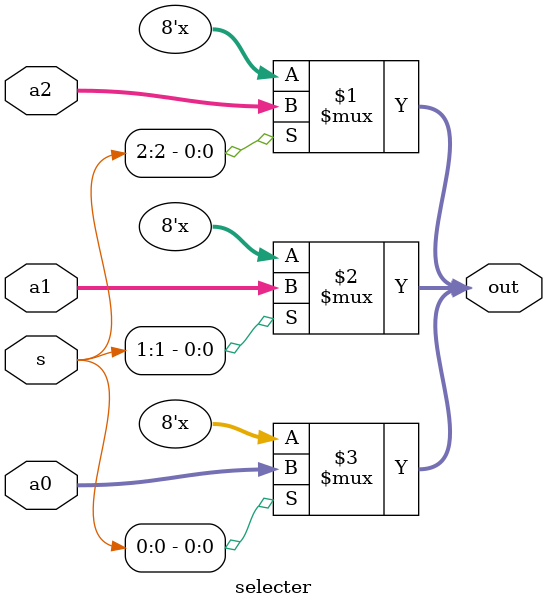
<source format=v>
module median (a0, a1, a2, out);

	input    [7:0]   a0, a1, a2;
	
	output 	 [7:0]   out;
	
	//====================================================================
	//======================= enter your code here =======================


	wire gab,eab;
	wire gbc,ebc;
	wire gac,eac;
	wire [2:0] s;

	comparator_8bit u1_comparator(
		.a(a0),
		.b(a1),
		.g(gab),
		.e(eab)
	);
	comparator_8bit u2_comparator(
		.a(a1),
		.b(a2),
		.g(gbc),
		.e(ebc)
	);
	comparator_8bit u3_comparator(
		.a(a0),
		.b(a2),
		.g(gac),
		.e(eac)
	);


	median_detection u4_median_detection(
		.gab(gab),
		.eab(eab),
		.gbc(gbc),
		.ebc(ebc),
		.gac(gac),
		.eac(eac),
		.s(s)
	);


	selecter u5_selecter(
		.a0(a0),
		.a1(a1),
		.a2(a2),
		.s(s),
		.out(out)
	);


	//====================================================================

endmodule




module comparator_8bit(
	input wire [7:0] a,b,
	output wire g,e 
);
	

	wire [7:0] rg,re,rl;
	wire [7:0] ec;

	
	comparator_1bit u3_comparator(
		.a(a[0]),
		.b(b[0]),
		.g(rg[0]),
		.e(re[0])
	);
	comparator_1bit u4_comparator(
		.a(a[1]),
		.b(b[1]),
		.g(rg[1]),
		.e(re[1])
	);
	comparator_1bit u5_comparator(
		.a(a[2]),
		.b(b[2]),
		.g(rg[2]),
		.e(re[2])
	);
	comparator_1bit u6_comparator(
		.a(a[3]),
		.b(b[3]),
		.g(rg[3]),
		.e(re[3])
	);
	comparator_1bit u7_comparator(
		.a(a[4]),
		.b(b[4]),
		.g(rg[4]),
		.e(re[4])
	);
	comparator_1bit u8_comparator(
		.a(a[5]),
		.b(b[5]),
		.g(rg[5]),
		.e(re[5])
	);
	comparator_1bit u9_comparator(
		.a(a[6]),
		.b(b[6]),
		.g(rg[6]),
		.e(re[6])
	);
	comparator_1bit u10_comparator(
		.a(a[7]),
		.b(b[7]),
		.g(rg[7]),
		.e(re[7])
	);



	equal_cont u1_equal_cont(
		.a(re),
		.o(ec)
	);

	
	
	compare_detector u2_compare_detector(
		.rg(rg),
		.ec(ec),
		.g(g),
		.e(e)
	);



	

endmodule



module compare_detector(
	input wire [7:0] rg,ec,
	output wire g,e 
);
	
	assign g = (rg[7]) || (rg[6] && ec[7]) || (rg[5] && ec[6]) || (rg[4] && ec[5]) || (rg[3] && ec[4]) || (rg[2] && ec[3]) || (rg[1] && ec[2]) || (rg[0] && ec[1]) ;
	assign e = ec[0];

endmodule




module equal_cont(
	input wire [7:0] a,
	output wire [7:0] o
);

	assign o[7] = a[7];
	and(o[6],a[7],a[6]);
	and(o[5],o[6],a[5]);
	and(o[4],o[5],a[4]);
	and(o[3],o[4],a[3]);
	and(o[2],o[3],a[2]);
	and(o[1],o[2],a[1]); 
	and(o[0],o[1],a[0]); 

endmodule 





module comparator_1bit(
	input wire a,b,
	output wire g,e
);

	wire w1,w2;
	wire na,nb;
	
	not(na,a);
	not(nb,b);

	nor(g,na,b);
	
	
	nand(w1,a,b);
	nand(w2,na,nb);
	nand(e,w1,w2);

endmodule



module median_detection(
	input wire gab,eab,
	input wire gbc,ebc,
	input wire gac,eac,
	output wire [2:0] s
);

	wire ab,ba;
	wire ac,ca;
	wire bc,cb;
	
	assign ab = gab | eab;
	assign ba = ~gab;
	assign ac = gac | eac;
	assign ca = ~gac;
	assign bc = gbc | ebc;
	assign cb = ~gbc;

	// a c b || b c a
	assign s[2] = (ac && cb) || (bc && ca);
	// a b c || c b a
	assign s[1] = (ab && bc) || (cb && ba);
	// b a c || c a b
	assign s[0] = (ba && ac) || (ca && ab);
	
endmodule





module selecter(
	input wire [7:0] a0,a1,a2,
	input wire [2:0] s,
	output tri [7:0] out
);

	assign out = s[2] ? a2:8'bz;
	assign out = s[1] ? a1:8'bz;
	assign out = s[0] ? a0:8'bz;

endmodule 



</source>
